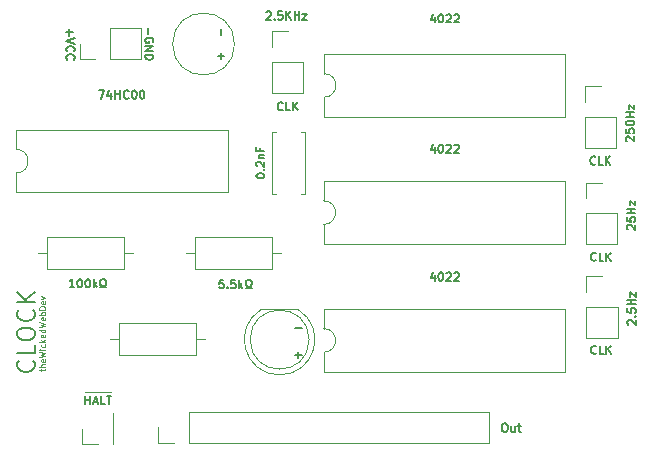
<source format=gbr>
%TF.GenerationSoftware,KiCad,Pcbnew,(5.1.9-0-10_14)*%
%TF.CreationDate,2021-04-28T22:00:07-04:00*%
%TF.ProjectId,CLOCK,434c4f43-4b2e-46b6-9963-61645f706362,rev?*%
%TF.SameCoordinates,Original*%
%TF.FileFunction,Legend,Top*%
%TF.FilePolarity,Positive*%
%FSLAX46Y46*%
G04 Gerber Fmt 4.6, Leading zero omitted, Abs format (unit mm)*
G04 Created by KiCad (PCBNEW (5.1.9-0-10_14)) date 2021-04-28 22:00:07*
%MOMM*%
%LPD*%
G01*
G04 APERTURE LIST*
%ADD10C,0.050000*%
%ADD11C,0.150000*%
%ADD12C,0.120000*%
G04 APERTURE END LIST*
D10*
X177616657Y-89690971D02*
X177616657Y-89500495D01*
X177449990Y-89619542D02*
X177878561Y-89619542D01*
X177926180Y-89595733D01*
X177949990Y-89548114D01*
X177949990Y-89500495D01*
X177949990Y-89333828D02*
X177449990Y-89333828D01*
X177949990Y-89119542D02*
X177688085Y-89119542D01*
X177640466Y-89143352D01*
X177616657Y-89190971D01*
X177616657Y-89262400D01*
X177640466Y-89310019D01*
X177664276Y-89333828D01*
X177926180Y-88690971D02*
X177949990Y-88738590D01*
X177949990Y-88833828D01*
X177926180Y-88881447D01*
X177878561Y-88905257D01*
X177688085Y-88905257D01*
X177640466Y-88881447D01*
X177616657Y-88833828D01*
X177616657Y-88738590D01*
X177640466Y-88690971D01*
X177688085Y-88667161D01*
X177735704Y-88667161D01*
X177783323Y-88905257D01*
X177449990Y-88500495D02*
X177949990Y-88381447D01*
X177592847Y-88286209D01*
X177949990Y-88190971D01*
X177449990Y-88071923D01*
X177949990Y-87881447D02*
X177616657Y-87881447D01*
X177449990Y-87881447D02*
X177473800Y-87905257D01*
X177497609Y-87881447D01*
X177473800Y-87857638D01*
X177449990Y-87881447D01*
X177497609Y-87881447D01*
X177926180Y-87429066D02*
X177949990Y-87476685D01*
X177949990Y-87571923D01*
X177926180Y-87619542D01*
X177902371Y-87643352D01*
X177854752Y-87667161D01*
X177711895Y-87667161D01*
X177664276Y-87643352D01*
X177640466Y-87619542D01*
X177616657Y-87571923D01*
X177616657Y-87476685D01*
X177640466Y-87429066D01*
X177949990Y-87214780D02*
X177449990Y-87214780D01*
X177759514Y-87167161D02*
X177949990Y-87024304D01*
X177616657Y-87024304D02*
X177807133Y-87214780D01*
X177926180Y-86619542D02*
X177949990Y-86667161D01*
X177949990Y-86762400D01*
X177926180Y-86810019D01*
X177878561Y-86833828D01*
X177688085Y-86833828D01*
X177640466Y-86810019D01*
X177616657Y-86762400D01*
X177616657Y-86667161D01*
X177640466Y-86619542D01*
X177688085Y-86595733D01*
X177735704Y-86595733D01*
X177783323Y-86833828D01*
X177949990Y-86167161D02*
X177449990Y-86167161D01*
X177926180Y-86167161D02*
X177949990Y-86214780D01*
X177949990Y-86310019D01*
X177926180Y-86357638D01*
X177902371Y-86381447D01*
X177854752Y-86405257D01*
X177711895Y-86405257D01*
X177664276Y-86381447D01*
X177640466Y-86357638D01*
X177616657Y-86310019D01*
X177616657Y-86214780D01*
X177640466Y-86167161D01*
X177449990Y-85976685D02*
X177949990Y-85857638D01*
X177592847Y-85762400D01*
X177949990Y-85667161D01*
X177449990Y-85548114D01*
X177926180Y-85167161D02*
X177949990Y-85214780D01*
X177949990Y-85310019D01*
X177926180Y-85357638D01*
X177878561Y-85381447D01*
X177688085Y-85381447D01*
X177640466Y-85357638D01*
X177616657Y-85310019D01*
X177616657Y-85214780D01*
X177640466Y-85167161D01*
X177688085Y-85143352D01*
X177735704Y-85143352D01*
X177783323Y-85381447D01*
X177949990Y-84929066D02*
X177449990Y-84929066D01*
X177640466Y-84929066D02*
X177616657Y-84881447D01*
X177616657Y-84786209D01*
X177640466Y-84738590D01*
X177664276Y-84714780D01*
X177711895Y-84690971D01*
X177854752Y-84690971D01*
X177902371Y-84714780D01*
X177926180Y-84738590D01*
X177949990Y-84786209D01*
X177949990Y-84881447D01*
X177926180Y-84929066D01*
X177949990Y-84476685D02*
X177449990Y-84476685D01*
X177449990Y-84357638D01*
X177473800Y-84286209D01*
X177521419Y-84238590D01*
X177569038Y-84214780D01*
X177664276Y-84190971D01*
X177735704Y-84190971D01*
X177830942Y-84214780D01*
X177878561Y-84238590D01*
X177926180Y-84286209D01*
X177949990Y-84357638D01*
X177949990Y-84476685D01*
X177926180Y-83786209D02*
X177949990Y-83833828D01*
X177949990Y-83929066D01*
X177926180Y-83976685D01*
X177878561Y-84000495D01*
X177688085Y-84000495D01*
X177640466Y-83976685D01*
X177616657Y-83929066D01*
X177616657Y-83833828D01*
X177640466Y-83786209D01*
X177688085Y-83762400D01*
X177735704Y-83762400D01*
X177783323Y-84000495D01*
X177616657Y-83595733D02*
X177949990Y-83476685D01*
X177616657Y-83357638D01*
D11*
X176926014Y-88801271D02*
X176997442Y-88872700D01*
X177068871Y-89086985D01*
X177068871Y-89229842D01*
X176997442Y-89444128D01*
X176854585Y-89586985D01*
X176711728Y-89658414D01*
X176426014Y-89729842D01*
X176211728Y-89729842D01*
X175926014Y-89658414D01*
X175783157Y-89586985D01*
X175640300Y-89444128D01*
X175568871Y-89229842D01*
X175568871Y-89086985D01*
X175640300Y-88872700D01*
X175711728Y-88801271D01*
X177068871Y-87444128D02*
X177068871Y-88158414D01*
X175568871Y-88158414D01*
X175568871Y-86658414D02*
X175568871Y-86372700D01*
X175640300Y-86229842D01*
X175783157Y-86086985D01*
X176068871Y-86015557D01*
X176568871Y-86015557D01*
X176854585Y-86086985D01*
X176997442Y-86229842D01*
X177068871Y-86372700D01*
X177068871Y-86658414D01*
X176997442Y-86801271D01*
X176854585Y-86944128D01*
X176568871Y-87015557D01*
X176068871Y-87015557D01*
X175783157Y-86944128D01*
X175640300Y-86801271D01*
X175568871Y-86658414D01*
X176926014Y-84515557D02*
X176997442Y-84586985D01*
X177068871Y-84801271D01*
X177068871Y-84944128D01*
X176997442Y-85158414D01*
X176854585Y-85301271D01*
X176711728Y-85372700D01*
X176426014Y-85444128D01*
X176211728Y-85444128D01*
X175926014Y-85372700D01*
X175783157Y-85301271D01*
X175640300Y-85158414D01*
X175568871Y-84944128D01*
X175568871Y-84801271D01*
X175640300Y-84586985D01*
X175711728Y-84515557D01*
X177068871Y-83872700D02*
X175568871Y-83872700D01*
X177068871Y-83015557D02*
X176211728Y-83658414D01*
X175568871Y-83015557D02*
X176426014Y-83872700D01*
X199110633Y-88315000D02*
X199643966Y-88315000D01*
X199377300Y-88581666D02*
X199377300Y-88048333D01*
X199123333Y-86054400D02*
X199656666Y-86054400D01*
X210905833Y-81561800D02*
X210905833Y-82028466D01*
X210739166Y-81295133D02*
X210572500Y-81795133D01*
X211005833Y-81795133D01*
X211405833Y-81328466D02*
X211472500Y-81328466D01*
X211539166Y-81361800D01*
X211572500Y-81395133D01*
X211605833Y-81461800D01*
X211639166Y-81595133D01*
X211639166Y-81761800D01*
X211605833Y-81895133D01*
X211572500Y-81961800D01*
X211539166Y-81995133D01*
X211472500Y-82028466D01*
X211405833Y-82028466D01*
X211339166Y-81995133D01*
X211305833Y-81961800D01*
X211272500Y-81895133D01*
X211239166Y-81761800D01*
X211239166Y-81595133D01*
X211272500Y-81461800D01*
X211305833Y-81395133D01*
X211339166Y-81361800D01*
X211405833Y-81328466D01*
X211905833Y-81395133D02*
X211939166Y-81361800D01*
X212005833Y-81328466D01*
X212172500Y-81328466D01*
X212239166Y-81361800D01*
X212272500Y-81395133D01*
X212305833Y-81461800D01*
X212305833Y-81528466D01*
X212272500Y-81628466D01*
X211872500Y-82028466D01*
X212305833Y-82028466D01*
X212572500Y-81395133D02*
X212605833Y-81361800D01*
X212672500Y-81328466D01*
X212839166Y-81328466D01*
X212905833Y-81361800D01*
X212939166Y-81395133D01*
X212972500Y-81461800D01*
X212972500Y-81528466D01*
X212939166Y-81628466D01*
X212539166Y-82028466D01*
X212972500Y-82028466D01*
X210905833Y-70741400D02*
X210905833Y-71208066D01*
X210739166Y-70474733D02*
X210572500Y-70974733D01*
X211005833Y-70974733D01*
X211405833Y-70508066D02*
X211472500Y-70508066D01*
X211539166Y-70541400D01*
X211572500Y-70574733D01*
X211605833Y-70641400D01*
X211639166Y-70774733D01*
X211639166Y-70941400D01*
X211605833Y-71074733D01*
X211572500Y-71141400D01*
X211539166Y-71174733D01*
X211472500Y-71208066D01*
X211405833Y-71208066D01*
X211339166Y-71174733D01*
X211305833Y-71141400D01*
X211272500Y-71074733D01*
X211239166Y-70941400D01*
X211239166Y-70774733D01*
X211272500Y-70641400D01*
X211305833Y-70574733D01*
X211339166Y-70541400D01*
X211405833Y-70508066D01*
X211905833Y-70574733D02*
X211939166Y-70541400D01*
X212005833Y-70508066D01*
X212172500Y-70508066D01*
X212239166Y-70541400D01*
X212272500Y-70574733D01*
X212305833Y-70641400D01*
X212305833Y-70708066D01*
X212272500Y-70808066D01*
X211872500Y-71208066D01*
X212305833Y-71208066D01*
X212572500Y-70574733D02*
X212605833Y-70541400D01*
X212672500Y-70508066D01*
X212839166Y-70508066D01*
X212905833Y-70541400D01*
X212939166Y-70574733D01*
X212972500Y-70641400D01*
X212972500Y-70708066D01*
X212939166Y-70808066D01*
X212539166Y-71208066D01*
X212972500Y-71208066D01*
X210905833Y-59705100D02*
X210905833Y-60171766D01*
X210739166Y-59438433D02*
X210572500Y-59938433D01*
X211005833Y-59938433D01*
X211405833Y-59471766D02*
X211472500Y-59471766D01*
X211539166Y-59505100D01*
X211572500Y-59538433D01*
X211605833Y-59605100D01*
X211639166Y-59738433D01*
X211639166Y-59905100D01*
X211605833Y-60038433D01*
X211572500Y-60105100D01*
X211539166Y-60138433D01*
X211472500Y-60171766D01*
X211405833Y-60171766D01*
X211339166Y-60138433D01*
X211305833Y-60105100D01*
X211272500Y-60038433D01*
X211239166Y-59905100D01*
X211239166Y-59738433D01*
X211272500Y-59605100D01*
X211305833Y-59538433D01*
X211339166Y-59505100D01*
X211405833Y-59471766D01*
X211905833Y-59538433D02*
X211939166Y-59505100D01*
X212005833Y-59471766D01*
X212172500Y-59471766D01*
X212239166Y-59505100D01*
X212272500Y-59538433D01*
X212305833Y-59605100D01*
X212305833Y-59671766D01*
X212272500Y-59771766D01*
X211872500Y-60171766D01*
X212305833Y-60171766D01*
X212572500Y-59538433D02*
X212605833Y-59505100D01*
X212672500Y-59471766D01*
X212839166Y-59471766D01*
X212905833Y-59505100D01*
X212939166Y-59538433D01*
X212972500Y-59605100D01*
X212972500Y-59671766D01*
X212939166Y-59771766D01*
X212539166Y-60171766D01*
X212972500Y-60171766D01*
X182479400Y-65910666D02*
X182946066Y-65910666D01*
X182646066Y-66610666D01*
X183512733Y-66144000D02*
X183512733Y-66610666D01*
X183346066Y-65877333D02*
X183179400Y-66377333D01*
X183612733Y-66377333D01*
X183879400Y-66610666D02*
X183879400Y-65910666D01*
X183879400Y-66244000D02*
X184279400Y-66244000D01*
X184279400Y-66610666D02*
X184279400Y-65910666D01*
X185012733Y-66544000D02*
X184979400Y-66577333D01*
X184879400Y-66610666D01*
X184812733Y-66610666D01*
X184712733Y-66577333D01*
X184646066Y-66510666D01*
X184612733Y-66444000D01*
X184579400Y-66310666D01*
X184579400Y-66210666D01*
X184612733Y-66077333D01*
X184646066Y-66010666D01*
X184712733Y-65944000D01*
X184812733Y-65910666D01*
X184879400Y-65910666D01*
X184979400Y-65944000D01*
X185012733Y-65977333D01*
X185446066Y-65910666D02*
X185512733Y-65910666D01*
X185579400Y-65944000D01*
X185612733Y-65977333D01*
X185646066Y-66044000D01*
X185679400Y-66177333D01*
X185679400Y-66344000D01*
X185646066Y-66477333D01*
X185612733Y-66544000D01*
X185579400Y-66577333D01*
X185512733Y-66610666D01*
X185446066Y-66610666D01*
X185379400Y-66577333D01*
X185346066Y-66544000D01*
X185312733Y-66477333D01*
X185279400Y-66344000D01*
X185279400Y-66177333D01*
X185312733Y-66044000D01*
X185346066Y-65977333D01*
X185379400Y-65944000D01*
X185446066Y-65910666D01*
X186112733Y-65910666D02*
X186179400Y-65910666D01*
X186246066Y-65944000D01*
X186279400Y-65977333D01*
X186312733Y-66044000D01*
X186346066Y-66177333D01*
X186346066Y-66344000D01*
X186312733Y-66477333D01*
X186279400Y-66544000D01*
X186246066Y-66577333D01*
X186179400Y-66610666D01*
X186112733Y-66610666D01*
X186046066Y-66577333D01*
X186012733Y-66544000D01*
X185979400Y-66477333D01*
X185946066Y-66344000D01*
X185946066Y-66177333D01*
X185979400Y-66044000D01*
X186012733Y-65977333D01*
X186046066Y-65944000D01*
X186112733Y-65910666D01*
X196661300Y-59297133D02*
X196694633Y-59263800D01*
X196761300Y-59230466D01*
X196927966Y-59230466D01*
X196994633Y-59263800D01*
X197027966Y-59297133D01*
X197061300Y-59363800D01*
X197061300Y-59430466D01*
X197027966Y-59530466D01*
X196627966Y-59930466D01*
X197061300Y-59930466D01*
X197361300Y-59863800D02*
X197394633Y-59897133D01*
X197361300Y-59930466D01*
X197327966Y-59897133D01*
X197361300Y-59863800D01*
X197361300Y-59930466D01*
X198027966Y-59230466D02*
X197694633Y-59230466D01*
X197661300Y-59563800D01*
X197694633Y-59530466D01*
X197761300Y-59497133D01*
X197927966Y-59497133D01*
X197994633Y-59530466D01*
X198027966Y-59563800D01*
X198061300Y-59630466D01*
X198061300Y-59797133D01*
X198027966Y-59863800D01*
X197994633Y-59897133D01*
X197927966Y-59930466D01*
X197761300Y-59930466D01*
X197694633Y-59897133D01*
X197661300Y-59863800D01*
X198361300Y-59930466D02*
X198361300Y-59230466D01*
X198761300Y-59930466D02*
X198461300Y-59530466D01*
X198761300Y-59230466D02*
X198361300Y-59630466D01*
X199061300Y-59930466D02*
X199061300Y-59230466D01*
X199061300Y-59563800D02*
X199461300Y-59563800D01*
X199461300Y-59930466D02*
X199461300Y-59230466D01*
X199727966Y-59463800D02*
X200094633Y-59463800D01*
X199727966Y-59930466D01*
X200094633Y-59930466D01*
X216789866Y-94117366D02*
X216923200Y-94117366D01*
X216989866Y-94150700D01*
X217056533Y-94217366D01*
X217089866Y-94350700D01*
X217089866Y-94584033D01*
X217056533Y-94717366D01*
X216989866Y-94784033D01*
X216923200Y-94817366D01*
X216789866Y-94817366D01*
X216723200Y-94784033D01*
X216656533Y-94717366D01*
X216623200Y-94584033D01*
X216623200Y-94350700D01*
X216656533Y-94217366D01*
X216723200Y-94150700D01*
X216789866Y-94117366D01*
X217689866Y-94350700D02*
X217689866Y-94817366D01*
X217389866Y-94350700D02*
X217389866Y-94717366D01*
X217423200Y-94784033D01*
X217489866Y-94817366D01*
X217589866Y-94817366D01*
X217656533Y-94784033D01*
X217689866Y-94750700D01*
X217923200Y-94350700D02*
X218189866Y-94350700D01*
X218023200Y-94117366D02*
X218023200Y-94717366D01*
X218056533Y-94784033D01*
X218123200Y-94817366D01*
X218189866Y-94817366D01*
X224589233Y-88159400D02*
X224555900Y-88192733D01*
X224455900Y-88226066D01*
X224389233Y-88226066D01*
X224289233Y-88192733D01*
X224222566Y-88126066D01*
X224189233Y-88059400D01*
X224155900Y-87926066D01*
X224155900Y-87826066D01*
X224189233Y-87692733D01*
X224222566Y-87626066D01*
X224289233Y-87559400D01*
X224389233Y-87526066D01*
X224455900Y-87526066D01*
X224555900Y-87559400D01*
X224589233Y-87592733D01*
X225222566Y-88226066D02*
X224889233Y-88226066D01*
X224889233Y-87526066D01*
X225455900Y-88226066D02*
X225455900Y-87526066D01*
X225855900Y-88226066D02*
X225555900Y-87826066D01*
X225855900Y-87526066D02*
X225455900Y-87926066D01*
X224576533Y-80285400D02*
X224543200Y-80318733D01*
X224443200Y-80352066D01*
X224376533Y-80352066D01*
X224276533Y-80318733D01*
X224209866Y-80252066D01*
X224176533Y-80185400D01*
X224143200Y-80052066D01*
X224143200Y-79952066D01*
X224176533Y-79818733D01*
X224209866Y-79752066D01*
X224276533Y-79685400D01*
X224376533Y-79652066D01*
X224443200Y-79652066D01*
X224543200Y-79685400D01*
X224576533Y-79718733D01*
X225209866Y-80352066D02*
X224876533Y-80352066D01*
X224876533Y-79652066D01*
X225443200Y-80352066D02*
X225443200Y-79652066D01*
X225843200Y-80352066D02*
X225543200Y-79952066D01*
X225843200Y-79652066D02*
X225443200Y-80052066D01*
X224525733Y-72144700D02*
X224492400Y-72178033D01*
X224392400Y-72211366D01*
X224325733Y-72211366D01*
X224225733Y-72178033D01*
X224159066Y-72111366D01*
X224125733Y-72044700D01*
X224092400Y-71911366D01*
X224092400Y-71811366D01*
X224125733Y-71678033D01*
X224159066Y-71611366D01*
X224225733Y-71544700D01*
X224325733Y-71511366D01*
X224392400Y-71511366D01*
X224492400Y-71544700D01*
X224525733Y-71578033D01*
X225159066Y-72211366D02*
X224825733Y-72211366D01*
X224825733Y-71511366D01*
X225392400Y-72211366D02*
X225392400Y-71511366D01*
X225792400Y-72211366D02*
X225492400Y-71811366D01*
X225792400Y-71511366D02*
X225392400Y-71911366D01*
X195806266Y-73184400D02*
X195806266Y-73117733D01*
X195839600Y-73051066D01*
X195872933Y-73017733D01*
X195939600Y-72984400D01*
X196072933Y-72951066D01*
X196239600Y-72951066D01*
X196372933Y-72984400D01*
X196439600Y-73017733D01*
X196472933Y-73051066D01*
X196506266Y-73117733D01*
X196506266Y-73184400D01*
X196472933Y-73251066D01*
X196439600Y-73284400D01*
X196372933Y-73317733D01*
X196239600Y-73351066D01*
X196072933Y-73351066D01*
X195939600Y-73317733D01*
X195872933Y-73284400D01*
X195839600Y-73251066D01*
X195806266Y-73184400D01*
X196439600Y-72651066D02*
X196472933Y-72617733D01*
X196506266Y-72651066D01*
X196472933Y-72684400D01*
X196439600Y-72651066D01*
X196506266Y-72651066D01*
X195872933Y-72351066D02*
X195839600Y-72317733D01*
X195806266Y-72251066D01*
X195806266Y-72084400D01*
X195839600Y-72017733D01*
X195872933Y-71984400D01*
X195939600Y-71951066D01*
X196006266Y-71951066D01*
X196106266Y-71984400D01*
X196506266Y-72384400D01*
X196506266Y-71951066D01*
X196039600Y-71651066D02*
X196506266Y-71651066D01*
X196106266Y-71651066D02*
X196072933Y-71617733D01*
X196039600Y-71551066D01*
X196039600Y-71451066D01*
X196072933Y-71384400D01*
X196139600Y-71351066D01*
X196506266Y-71351066D01*
X196139600Y-70784400D02*
X196139600Y-71017733D01*
X196506266Y-71017733D02*
X195806266Y-71017733D01*
X195806266Y-70684400D01*
X193039333Y-81963466D02*
X192706000Y-81963466D01*
X192672666Y-82296800D01*
X192706000Y-82263466D01*
X192772666Y-82230133D01*
X192939333Y-82230133D01*
X193006000Y-82263466D01*
X193039333Y-82296800D01*
X193072666Y-82363466D01*
X193072666Y-82530133D01*
X193039333Y-82596800D01*
X193006000Y-82630133D01*
X192939333Y-82663466D01*
X192772666Y-82663466D01*
X192706000Y-82630133D01*
X192672666Y-82596800D01*
X193372666Y-82596800D02*
X193406000Y-82630133D01*
X193372666Y-82663466D01*
X193339333Y-82630133D01*
X193372666Y-82596800D01*
X193372666Y-82663466D01*
X194039333Y-81963466D02*
X193706000Y-81963466D01*
X193672666Y-82296800D01*
X193706000Y-82263466D01*
X193772666Y-82230133D01*
X193939333Y-82230133D01*
X194006000Y-82263466D01*
X194039333Y-82296800D01*
X194072666Y-82363466D01*
X194072666Y-82530133D01*
X194039333Y-82596800D01*
X194006000Y-82630133D01*
X193939333Y-82663466D01*
X193772666Y-82663466D01*
X193706000Y-82630133D01*
X193672666Y-82596800D01*
X194372666Y-82663466D02*
X194372666Y-81963466D01*
X194439333Y-82396800D02*
X194639333Y-82663466D01*
X194639333Y-82196800D02*
X194372666Y-82463466D01*
X194906000Y-82663466D02*
X195072666Y-82663466D01*
X195072666Y-82530133D01*
X195006000Y-82496800D01*
X194939333Y-82430133D01*
X194906000Y-82330133D01*
X194906000Y-82163466D01*
X194939333Y-82063466D01*
X195006000Y-81996800D01*
X195106000Y-81963466D01*
X195239333Y-81963466D01*
X195339333Y-81996800D01*
X195406000Y-82063466D01*
X195439333Y-82163466D01*
X195439333Y-82330133D01*
X195406000Y-82430133D01*
X195339333Y-82496800D01*
X195272666Y-82530133D01*
X195272666Y-82663466D01*
X195439333Y-82663466D01*
X180409200Y-82599966D02*
X180009200Y-82599966D01*
X180209200Y-82599966D02*
X180209200Y-81899966D01*
X180142533Y-81999966D01*
X180075866Y-82066633D01*
X180009200Y-82099966D01*
X180842533Y-81899966D02*
X180909200Y-81899966D01*
X180975866Y-81933300D01*
X181009200Y-81966633D01*
X181042533Y-82033300D01*
X181075866Y-82166633D01*
X181075866Y-82333300D01*
X181042533Y-82466633D01*
X181009200Y-82533300D01*
X180975866Y-82566633D01*
X180909200Y-82599966D01*
X180842533Y-82599966D01*
X180775866Y-82566633D01*
X180742533Y-82533300D01*
X180709200Y-82466633D01*
X180675866Y-82333300D01*
X180675866Y-82166633D01*
X180709200Y-82033300D01*
X180742533Y-81966633D01*
X180775866Y-81933300D01*
X180842533Y-81899966D01*
X181509200Y-81899966D02*
X181575866Y-81899966D01*
X181642533Y-81933300D01*
X181675866Y-81966633D01*
X181709200Y-82033300D01*
X181742533Y-82166633D01*
X181742533Y-82333300D01*
X181709200Y-82466633D01*
X181675866Y-82533300D01*
X181642533Y-82566633D01*
X181575866Y-82599966D01*
X181509200Y-82599966D01*
X181442533Y-82566633D01*
X181409200Y-82533300D01*
X181375866Y-82466633D01*
X181342533Y-82333300D01*
X181342533Y-82166633D01*
X181375866Y-82033300D01*
X181409200Y-81966633D01*
X181442533Y-81933300D01*
X181509200Y-81899966D01*
X182042533Y-82599966D02*
X182042533Y-81899966D01*
X182109200Y-82333300D02*
X182309200Y-82599966D01*
X182309200Y-82133300D02*
X182042533Y-82399966D01*
X182575866Y-82599966D02*
X182742533Y-82599966D01*
X182742533Y-82466633D01*
X182675866Y-82433300D01*
X182609200Y-82366633D01*
X182575866Y-82266633D01*
X182575866Y-82099966D01*
X182609200Y-81999966D01*
X182675866Y-81933300D01*
X182775866Y-81899966D01*
X182909200Y-81899966D01*
X183009200Y-81933300D01*
X183075866Y-81999966D01*
X183109200Y-82099966D01*
X183109200Y-82266633D01*
X183075866Y-82366633D01*
X183009200Y-82433300D01*
X182942533Y-82466633D01*
X182942533Y-82599966D01*
X183109200Y-82599966D01*
X198058933Y-67547300D02*
X198025600Y-67580633D01*
X197925600Y-67613966D01*
X197858933Y-67613966D01*
X197758933Y-67580633D01*
X197692266Y-67513966D01*
X197658933Y-67447300D01*
X197625600Y-67313966D01*
X197625600Y-67213966D01*
X197658933Y-67080633D01*
X197692266Y-67013966D01*
X197758933Y-66947300D01*
X197858933Y-66913966D01*
X197925600Y-66913966D01*
X198025600Y-66947300D01*
X198058933Y-66980633D01*
X198692266Y-67613966D02*
X198358933Y-67613966D01*
X198358933Y-66913966D01*
X198925600Y-67613966D02*
X198925600Y-66913966D01*
X199325600Y-67613966D02*
X199025600Y-67213966D01*
X199325600Y-66913966D02*
X198925600Y-67313966D01*
X227305433Y-85741500D02*
X227272100Y-85708166D01*
X227238766Y-85641500D01*
X227238766Y-85474833D01*
X227272100Y-85408166D01*
X227305433Y-85374833D01*
X227372100Y-85341500D01*
X227438766Y-85341500D01*
X227538766Y-85374833D01*
X227938766Y-85774833D01*
X227938766Y-85341500D01*
X227872100Y-85041500D02*
X227905433Y-85008166D01*
X227938766Y-85041500D01*
X227905433Y-85074833D01*
X227872100Y-85041500D01*
X227938766Y-85041500D01*
X227238766Y-84374833D02*
X227238766Y-84708166D01*
X227572100Y-84741500D01*
X227538766Y-84708166D01*
X227505433Y-84641500D01*
X227505433Y-84474833D01*
X227538766Y-84408166D01*
X227572100Y-84374833D01*
X227638766Y-84341500D01*
X227805433Y-84341500D01*
X227872100Y-84374833D01*
X227905433Y-84408166D01*
X227938766Y-84474833D01*
X227938766Y-84641500D01*
X227905433Y-84708166D01*
X227872100Y-84741500D01*
X227938766Y-84041500D02*
X227238766Y-84041500D01*
X227572100Y-84041500D02*
X227572100Y-83641500D01*
X227938766Y-83641500D02*
X227238766Y-83641500D01*
X227472100Y-83374833D02*
X227472100Y-83008166D01*
X227938766Y-83374833D01*
X227938766Y-83008166D01*
X227267333Y-77688133D02*
X227234000Y-77654800D01*
X227200666Y-77588133D01*
X227200666Y-77421466D01*
X227234000Y-77354800D01*
X227267333Y-77321466D01*
X227334000Y-77288133D01*
X227400666Y-77288133D01*
X227500666Y-77321466D01*
X227900666Y-77721466D01*
X227900666Y-77288133D01*
X227200666Y-76654800D02*
X227200666Y-76988133D01*
X227534000Y-77021466D01*
X227500666Y-76988133D01*
X227467333Y-76921466D01*
X227467333Y-76754800D01*
X227500666Y-76688133D01*
X227534000Y-76654800D01*
X227600666Y-76621466D01*
X227767333Y-76621466D01*
X227834000Y-76654800D01*
X227867333Y-76688133D01*
X227900666Y-76754800D01*
X227900666Y-76921466D01*
X227867333Y-76988133D01*
X227834000Y-77021466D01*
X227900666Y-76321466D02*
X227200666Y-76321466D01*
X227534000Y-76321466D02*
X227534000Y-75921466D01*
X227900666Y-75921466D02*
X227200666Y-75921466D01*
X227434000Y-75654800D02*
X227434000Y-75288133D01*
X227900666Y-75654800D01*
X227900666Y-75288133D01*
X227178433Y-70210966D02*
X227145100Y-70177633D01*
X227111766Y-70110966D01*
X227111766Y-69944300D01*
X227145100Y-69877633D01*
X227178433Y-69844300D01*
X227245100Y-69810966D01*
X227311766Y-69810966D01*
X227411766Y-69844300D01*
X227811766Y-70244300D01*
X227811766Y-69810966D01*
X227111766Y-69177633D02*
X227111766Y-69510966D01*
X227445100Y-69544300D01*
X227411766Y-69510966D01*
X227378433Y-69444300D01*
X227378433Y-69277633D01*
X227411766Y-69210966D01*
X227445100Y-69177633D01*
X227511766Y-69144300D01*
X227678433Y-69144300D01*
X227745100Y-69177633D01*
X227778433Y-69210966D01*
X227811766Y-69277633D01*
X227811766Y-69444300D01*
X227778433Y-69510966D01*
X227745100Y-69544300D01*
X227111766Y-68710966D02*
X227111766Y-68644300D01*
X227145100Y-68577633D01*
X227178433Y-68544300D01*
X227245100Y-68510966D01*
X227378433Y-68477633D01*
X227545100Y-68477633D01*
X227678433Y-68510966D01*
X227745100Y-68544300D01*
X227778433Y-68577633D01*
X227811766Y-68644300D01*
X227811766Y-68710966D01*
X227778433Y-68777633D01*
X227745100Y-68810966D01*
X227678433Y-68844300D01*
X227545100Y-68877633D01*
X227378433Y-68877633D01*
X227245100Y-68844300D01*
X227178433Y-68810966D01*
X227145100Y-68777633D01*
X227111766Y-68710966D01*
X227811766Y-68177633D02*
X227111766Y-68177633D01*
X227445100Y-68177633D02*
X227445100Y-67777633D01*
X227811766Y-67777633D02*
X227111766Y-67777633D01*
X227345100Y-67510966D02*
X227345100Y-67144300D01*
X227811766Y-67510966D01*
X227811766Y-67144300D01*
X192810600Y-63271366D02*
X192810600Y-62738033D01*
X193077266Y-63004700D02*
X192543933Y-63004700D01*
X192823300Y-61226666D02*
X192823300Y-60693333D01*
D12*
X181279800Y-91452700D02*
X183553100Y-91452700D01*
D11*
X181347400Y-92505966D02*
X181347400Y-91805966D01*
X181347400Y-92139300D02*
X181747400Y-92139300D01*
X181747400Y-92505966D02*
X181747400Y-91805966D01*
X182047400Y-92305966D02*
X182380733Y-92305966D01*
X181980733Y-92505966D02*
X182214066Y-91805966D01*
X182447400Y-92505966D01*
X183014066Y-92505966D02*
X182680733Y-92505966D01*
X182680733Y-91805966D01*
X183147400Y-91805966D02*
X183547400Y-91805966D01*
X183347400Y-92505966D02*
X183347400Y-91805966D01*
X179997900Y-60747433D02*
X179997900Y-61280766D01*
X179731233Y-61014100D02*
X180264566Y-61014100D01*
X180431233Y-61514100D02*
X179731233Y-61747433D01*
X180431233Y-61980766D01*
X179797900Y-62614100D02*
X179764566Y-62580766D01*
X179731233Y-62480766D01*
X179731233Y-62414100D01*
X179764566Y-62314100D01*
X179831233Y-62247433D01*
X179897900Y-62214100D01*
X180031233Y-62180766D01*
X180131233Y-62180766D01*
X180264566Y-62214100D01*
X180331233Y-62247433D01*
X180397900Y-62314100D01*
X180431233Y-62414100D01*
X180431233Y-62480766D01*
X180397900Y-62580766D01*
X180364566Y-62614100D01*
X179797900Y-63314100D02*
X179764566Y-63280766D01*
X179731233Y-63180766D01*
X179731233Y-63114100D01*
X179764566Y-63014100D01*
X179831233Y-62947433D01*
X179897900Y-62914100D01*
X180031233Y-62880766D01*
X180131233Y-62880766D01*
X180264566Y-62914100D01*
X180331233Y-62947433D01*
X180397900Y-63014100D01*
X180431233Y-63114100D01*
X180431233Y-63180766D01*
X180397900Y-63280766D01*
X180364566Y-63314100D01*
X186678100Y-60617266D02*
X186678100Y-61150600D01*
X187078100Y-61850600D02*
X187111433Y-61783933D01*
X187111433Y-61683933D01*
X187078100Y-61583933D01*
X187011433Y-61517266D01*
X186944766Y-61483933D01*
X186811433Y-61450600D01*
X186711433Y-61450600D01*
X186578100Y-61483933D01*
X186511433Y-61517266D01*
X186444766Y-61583933D01*
X186411433Y-61683933D01*
X186411433Y-61750600D01*
X186444766Y-61850600D01*
X186478100Y-61883933D01*
X186711433Y-61883933D01*
X186711433Y-61750600D01*
X186411433Y-62183933D02*
X187111433Y-62183933D01*
X186411433Y-62583933D01*
X187111433Y-62583933D01*
X186411433Y-62917266D02*
X187111433Y-62917266D01*
X187111433Y-63083933D01*
X187078100Y-63183933D01*
X187011433Y-63250600D01*
X186944766Y-63283933D01*
X186811433Y-63317266D01*
X186711433Y-63317266D01*
X186578100Y-63283933D01*
X186511433Y-63250600D01*
X186444766Y-63183933D01*
X186411433Y-63083933D01*
X186411433Y-62917266D01*
D12*
%TO.C,J3*%
X197145600Y-66112700D02*
X199805600Y-66112700D01*
X197145600Y-63512700D02*
X197145600Y-66112700D01*
X199805600Y-63512700D02*
X199805600Y-66112700D01*
X197145600Y-63512700D02*
X199805600Y-63512700D01*
X197145600Y-62242700D02*
X197145600Y-60912700D01*
X197145600Y-60912700D02*
X198475600Y-60912700D01*
%TO.C,R4*%
X184182000Y-85586900D02*
X184182000Y-88326900D01*
X184182000Y-88326900D02*
X190722000Y-88326900D01*
X190722000Y-88326900D02*
X190722000Y-85586900D01*
X190722000Y-85586900D02*
X184182000Y-85586900D01*
X183412000Y-86956900D02*
X184182000Y-86956900D01*
X191492000Y-86956900D02*
X190722000Y-86956900D01*
%TO.C,D2*%
X197790262Y-90010400D02*
G75*
G02*
X196244970Y-84460400I-462J2990000D01*
G01*
X197789338Y-90010400D02*
G75*
G03*
X199334630Y-84460400I462J2990000D01*
G01*
X200289800Y-87020400D02*
G75*
G03*
X200289800Y-87020400I-2500000J0D01*
G01*
X199334800Y-84460400D02*
X196244800Y-84460400D01*
%TO.C,J7*%
X223726700Y-78927000D02*
X226386700Y-78927000D01*
X223726700Y-76327000D02*
X223726700Y-78927000D01*
X226386700Y-76327000D02*
X226386700Y-78927000D01*
X223726700Y-76327000D02*
X226386700Y-76327000D01*
X223726700Y-75057000D02*
X223726700Y-73727000D01*
X223726700Y-73727000D02*
X225056700Y-73727000D01*
%TO.C,J6*%
X223650500Y-70786300D02*
X226310500Y-70786300D01*
X223650500Y-68186300D02*
X223650500Y-70786300D01*
X226310500Y-68186300D02*
X226310500Y-70786300D01*
X223650500Y-68186300D02*
X226310500Y-68186300D01*
X223650500Y-66916300D02*
X223650500Y-65586300D01*
X223650500Y-65586300D02*
X224980500Y-65586300D01*
%TO.C,J4*%
X223739400Y-86851800D02*
X226399400Y-86851800D01*
X223739400Y-84251800D02*
X223739400Y-86851800D01*
X226399400Y-84251800D02*
X226399400Y-86851800D01*
X223739400Y-84251800D02*
X226399400Y-84251800D01*
X223739400Y-82981800D02*
X223739400Y-81651800D01*
X223739400Y-81651800D02*
X225069400Y-81651800D01*
%TO.C,U4*%
X201527100Y-75263500D02*
G75*
G02*
X201527100Y-77263500I0J-1000000D01*
G01*
X201527100Y-77263500D02*
X201527100Y-78913500D01*
X201527100Y-78913500D02*
X221967100Y-78913500D01*
X221967100Y-78913500D02*
X221967100Y-73613500D01*
X221967100Y-73613500D02*
X201527100Y-73613500D01*
X201527100Y-73613500D02*
X201527100Y-75263500D01*
%TO.C,U3*%
X201527100Y-86083900D02*
G75*
G02*
X201527100Y-88083900I0J-1000000D01*
G01*
X201527100Y-88083900D02*
X201527100Y-89733900D01*
X201527100Y-89733900D02*
X221967100Y-89733900D01*
X221967100Y-89733900D02*
X221967100Y-84433900D01*
X221967100Y-84433900D02*
X201527100Y-84433900D01*
X201527100Y-84433900D02*
X201527100Y-86083900D01*
%TO.C,U2*%
X201552500Y-64493900D02*
G75*
G02*
X201552500Y-66493900I0J-1000000D01*
G01*
X201552500Y-66493900D02*
X201552500Y-68143900D01*
X201552500Y-68143900D02*
X221992500Y-68143900D01*
X221992500Y-68143900D02*
X221992500Y-62843900D01*
X221992500Y-62843900D02*
X201552500Y-62843900D01*
X201552500Y-62843900D02*
X201552500Y-64493900D01*
%TO.C,J5*%
X215540900Y-95767200D02*
X215540900Y-93107200D01*
X190080900Y-95767200D02*
X215540900Y-95767200D01*
X190080900Y-93107200D02*
X215540900Y-93107200D01*
X190080900Y-95767200D02*
X190080900Y-93107200D01*
X188810900Y-95767200D02*
X187480900Y-95767200D01*
X187480900Y-95767200D02*
X187480900Y-94437200D01*
%TO.C,U1*%
X175492100Y-70907400D02*
G75*
G02*
X175492100Y-72907400I0J-1000000D01*
G01*
X175492100Y-72907400D02*
X175492100Y-74557400D01*
X175492100Y-74557400D02*
X193392100Y-74557400D01*
X193392100Y-74557400D02*
X193392100Y-69257400D01*
X193392100Y-69257400D02*
X175492100Y-69257400D01*
X175492100Y-69257400D02*
X175492100Y-70907400D01*
%TO.C,R2*%
X197148200Y-81075200D02*
X197148200Y-78335200D01*
X197148200Y-78335200D02*
X190608200Y-78335200D01*
X190608200Y-78335200D02*
X190608200Y-81075200D01*
X190608200Y-81075200D02*
X197148200Y-81075200D01*
X197918200Y-79705200D02*
X197148200Y-79705200D01*
X189838200Y-79705200D02*
X190608200Y-79705200D01*
%TO.C,R1*%
X184626000Y-81075200D02*
X184626000Y-78335200D01*
X184626000Y-78335200D02*
X178086000Y-78335200D01*
X178086000Y-78335200D02*
X178086000Y-81075200D01*
X178086000Y-81075200D02*
X184626000Y-81075200D01*
X185396000Y-79705200D02*
X184626000Y-79705200D01*
X177316000Y-79705200D02*
X178086000Y-79705200D01*
%TO.C,J2*%
X186064200Y-63293300D02*
X186064200Y-60633300D01*
X183464200Y-63293300D02*
X186064200Y-63293300D01*
X183464200Y-60633300D02*
X186064200Y-60633300D01*
X183464200Y-63293300D02*
X183464200Y-60633300D01*
X182194200Y-63293300D02*
X180864200Y-63293300D01*
X180864200Y-63293300D02*
X180864200Y-61963300D01*
%TO.C,J1*%
X183702000Y-95894200D02*
X183702000Y-93234200D01*
X183642000Y-95894200D02*
X183702000Y-95894200D01*
X183642000Y-93234200D02*
X183702000Y-93234200D01*
X183642000Y-95894200D02*
X183642000Y-93234200D01*
X182372000Y-95894200D02*
X181042000Y-95894200D01*
X181042000Y-95894200D02*
X181042000Y-94564200D01*
%TO.C,C2*%
X199921800Y-69425200D02*
X199921800Y-74665200D01*
X197181800Y-69425200D02*
X197181800Y-74665200D01*
X199921800Y-69425200D02*
X199606800Y-69425200D01*
X197496800Y-69425200D02*
X197181800Y-69425200D01*
X199921800Y-74665200D02*
X199606800Y-74665200D01*
X197496800Y-74665200D02*
X197181800Y-74665200D01*
%TO.C,C1*%
X193970900Y-61992000D02*
G75*
G03*
X193970900Y-61992000I-2620000J0D01*
G01*
%TD*%
M02*

</source>
